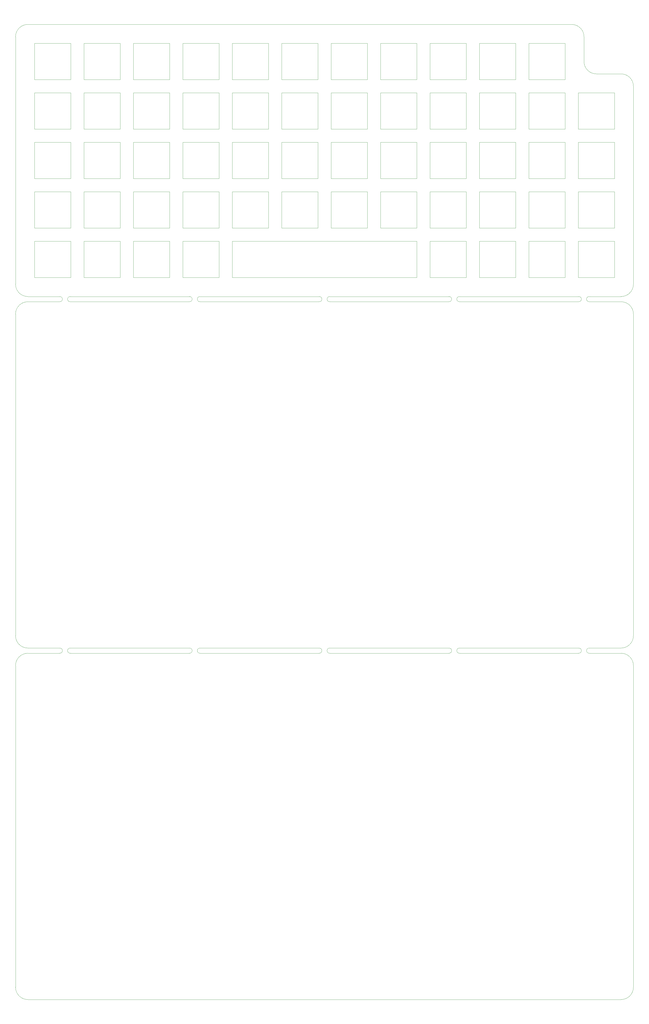
<source format=gm1>
G04 #@! TF.GenerationSoftware,KiCad,Pcbnew,(5.1.5)-3*
G04 #@! TF.CreationDate,2021-02-20T19:48:06-08:00*
G04 #@! TF.ProjectId,framework,6672616d-6577-46f7-926b-2e6b69636164,1*
G04 #@! TF.SameCoordinates,Original*
G04 #@! TF.FileFunction,Profile,NP*
%FSLAX46Y46*%
G04 Gerber Fmt 4.6, Leading zero omitted, Abs format (unit mm)*
G04 Created by KiCad (PCBNEW (5.1.5)-3) date 2021-02-20 19:48:06*
%MOMM*%
%LPD*%
G04 APERTURE LIST*
%ADD10C,0.050000*%
G04 APERTURE END LIST*
D10*
X201026000Y-193468000D02*
X195976000Y-193468000D01*
X239126000Y-193468000D02*
X234076000Y-193468000D01*
X234076000Y-179468000D02*
X239126000Y-179468000D01*
X195976000Y-179468000D02*
X201026000Y-179468000D01*
X319551000Y-336105500D02*
X331851000Y-336105500D01*
X319551000Y-338105500D02*
X331851000Y-338105500D01*
X269551000Y-336105500D02*
X315551000Y-336105500D01*
X269551000Y-338105500D02*
X315551000Y-338105500D01*
X219551000Y-336105500D02*
X265551000Y-336105500D01*
X219551000Y-338105500D02*
X265551000Y-338105500D01*
X169551000Y-336105500D02*
X215551000Y-336105500D01*
X169551000Y-338105500D02*
X215551000Y-338105500D01*
X119551000Y-336105500D02*
X165551000Y-336105500D01*
X119551000Y-338105500D02*
X165551000Y-338105500D01*
X103251000Y-336105500D02*
X115551000Y-336105500D01*
X103251000Y-338105500D02*
X115551000Y-338105500D01*
X115551000Y-336105500D02*
G75*
G02X115551000Y-338105500I0J-1000000D01*
G01*
X119551000Y-338105500D02*
G75*
G02X119551000Y-336105500I0J1000000D01*
G01*
X165551000Y-336105500D02*
G75*
G02X165551000Y-338105500I0J-1000000D01*
G01*
X169551000Y-338105500D02*
G75*
G02X169551000Y-336105500I0J1000000D01*
G01*
X215551000Y-336105500D02*
G75*
G02X215551000Y-338105500I0J-1000000D01*
G01*
X219551000Y-338105500D02*
G75*
G02X219551000Y-336105500I0J1000000D01*
G01*
X265551000Y-336105500D02*
G75*
G02X265551000Y-338105500I0J-1000000D01*
G01*
X269551000Y-338105500D02*
G75*
G02X269551000Y-336105500I0J1000000D01*
G01*
X315551000Y-336105500D02*
G75*
G02X315551000Y-338105500I0J-1000000D01*
G01*
X319551000Y-338105500D02*
G75*
G02X319551000Y-336105500I0J1000000D01*
G01*
X319551000Y-200755500D02*
X331851000Y-200755500D01*
X319551000Y-202755500D02*
X331851000Y-202755500D01*
X269551000Y-200755500D02*
X315551000Y-200755500D01*
X269551000Y-202755500D02*
X315551000Y-202755500D01*
X219551000Y-200755500D02*
X265551000Y-200755500D01*
X219551000Y-202755500D02*
X265551000Y-202755500D01*
X169551000Y-200755500D02*
X215551000Y-200755500D01*
X169551000Y-202755500D02*
X215551000Y-202755500D01*
X119551000Y-200755500D02*
X165551000Y-200755500D01*
X119551000Y-202755500D02*
X165551000Y-202755500D01*
X103251000Y-200755500D02*
X115551000Y-200755500D01*
X103251000Y-202755500D02*
X115551000Y-202755500D01*
X115551000Y-200755500D02*
G75*
G02X115551000Y-202755500I0J-1000000D01*
G01*
X119551000Y-202755500D02*
G75*
G02X119551000Y-200755500I0J1000000D01*
G01*
X165551000Y-200755500D02*
G75*
G02X165551000Y-202755500I0J-1000000D01*
G01*
X169551000Y-202755500D02*
G75*
G02X169551000Y-200755500I0J1000000D01*
G01*
X215551000Y-200755500D02*
G75*
G02X215551000Y-202755500I0J-1000000D01*
G01*
X219551000Y-202755500D02*
G75*
G02X219551000Y-200755500I0J1000000D01*
G01*
X265551000Y-200755500D02*
G75*
G02X265551000Y-202755500I0J-1000000D01*
G01*
X269551000Y-202755500D02*
G75*
G02X269551000Y-200755500I0J1000000D01*
G01*
X315551000Y-200755500D02*
G75*
G02X315551000Y-202755500I0J-1000000D01*
G01*
X319551000Y-202755500D02*
G75*
G02X319551000Y-200755500I0J1000000D01*
G01*
X310276000Y-117268000D02*
X310276000Y-103268000D01*
X296276000Y-117268000D02*
X310276000Y-117268000D01*
X310276000Y-103268000D02*
X296276000Y-103268000D01*
X296276000Y-103268000D02*
X296276000Y-117268000D01*
X201026000Y-193468000D02*
X234076000Y-193468000D01*
X201026000Y-179468000D02*
X234076000Y-179468000D01*
X253126000Y-193468000D02*
X253126000Y-179468000D01*
X239126000Y-193468000D02*
X253126000Y-193468000D01*
X253126000Y-179468000D02*
X239126000Y-179468000D01*
X272176000Y-193468000D02*
X272176000Y-179468000D01*
X258176000Y-193468000D02*
X272176000Y-193468000D01*
X272176000Y-179468000D02*
X258176000Y-179468000D01*
X258176000Y-179468000D02*
X258176000Y-193468000D01*
X291226000Y-193468000D02*
X291226000Y-179468000D01*
X277226000Y-193468000D02*
X291226000Y-193468000D01*
X291226000Y-179468000D02*
X277226000Y-179468000D01*
X277226000Y-179468000D02*
X277226000Y-193468000D01*
X310276000Y-193468000D02*
X310276000Y-179468000D01*
X296276000Y-193468000D02*
X310276000Y-193468000D01*
X310276000Y-179468000D02*
X296276000Y-179468000D01*
X296276000Y-179468000D02*
X296276000Y-193468000D01*
X329326000Y-193468000D02*
X329326000Y-179468000D01*
X315326000Y-193468000D02*
X329326000Y-193468000D01*
X329326000Y-179468000D02*
X315326000Y-179468000D01*
X315326000Y-179468000D02*
X315326000Y-193468000D01*
X181976000Y-193468000D02*
X195976000Y-193468000D01*
X195976000Y-179468000D02*
X181976000Y-179468000D01*
X181976000Y-179468000D02*
X181976000Y-193468000D01*
X176926000Y-136318000D02*
X176926000Y-122318000D01*
X162926000Y-136318000D02*
X176926000Y-136318000D01*
X176926000Y-122318000D02*
X162926000Y-122318000D01*
X162926000Y-122318000D02*
X162926000Y-136318000D01*
X176926000Y-155368000D02*
X176926000Y-141368000D01*
X162926000Y-155368000D02*
X176926000Y-155368000D01*
X176926000Y-141368000D02*
X162926000Y-141368000D01*
X162926000Y-141368000D02*
X162926000Y-155368000D01*
X176926000Y-174418000D02*
X176926000Y-160418000D01*
X162926000Y-174418000D02*
X176926000Y-174418000D01*
X176926000Y-160418000D02*
X162926000Y-160418000D01*
X162926000Y-160418000D02*
X162926000Y-174418000D01*
X310276000Y-155368000D02*
X310276000Y-141368000D01*
X329326000Y-155368000D02*
X329326000Y-141368000D01*
X329326000Y-160418000D02*
X315326000Y-160418000D01*
X296276000Y-122318000D02*
X296276000Y-136318000D01*
X296276000Y-155368000D02*
X310276000Y-155368000D01*
X315326000Y-141368000D02*
X315326000Y-155368000D01*
X315326000Y-155368000D02*
X329326000Y-155368000D01*
X310276000Y-141368000D02*
X296276000Y-141368000D01*
X310276000Y-122318000D02*
X296276000Y-122318000D01*
X296276000Y-136318000D02*
X310276000Y-136318000D01*
X329326000Y-122318000D02*
X315326000Y-122318000D01*
X315326000Y-160418000D02*
X315326000Y-174418000D01*
X315326000Y-174418000D02*
X329326000Y-174418000D01*
X315326000Y-122318000D02*
X315326000Y-136318000D01*
X329326000Y-136318000D02*
X329326000Y-122318000D01*
X296276000Y-141368000D02*
X296276000Y-155368000D01*
X310276000Y-136318000D02*
X310276000Y-122318000D01*
X296276000Y-174418000D02*
X310276000Y-174418000D01*
X310276000Y-174418000D02*
X310276000Y-160418000D01*
X296276000Y-160418000D02*
X296276000Y-174418000D01*
X315326000Y-136318000D02*
X329326000Y-136318000D01*
X329326000Y-141368000D02*
X315326000Y-141368000D01*
X310276000Y-160418000D02*
X296276000Y-160418000D01*
X329326000Y-174418000D02*
X329326000Y-160418000D01*
X291226000Y-103268000D02*
X277226000Y-103268000D01*
X291226000Y-117268000D02*
X291226000Y-103268000D01*
X277226000Y-103268000D02*
X277226000Y-117268000D01*
X239126000Y-117268000D02*
X253126000Y-117268000D01*
X239126000Y-155368000D02*
X253126000Y-155368000D01*
X258176000Y-117268000D02*
X272176000Y-117268000D01*
X253126000Y-122318000D02*
X239126000Y-122318000D01*
X239126000Y-160418000D02*
X239126000Y-174418000D01*
X253126000Y-174418000D02*
X253126000Y-160418000D01*
X253126000Y-155368000D02*
X253126000Y-141368000D01*
X239126000Y-141368000D02*
X239126000Y-155368000D01*
X239126000Y-174418000D02*
X253126000Y-174418000D01*
X239126000Y-103268000D02*
X239126000Y-117268000D01*
X253126000Y-103268000D02*
X239126000Y-103268000D01*
X253126000Y-117268000D02*
X253126000Y-103268000D01*
X272176000Y-136318000D02*
X272176000Y-122318000D01*
X239126000Y-122318000D02*
X239126000Y-136318000D01*
X272176000Y-117268000D02*
X272176000Y-103268000D01*
X253126000Y-136318000D02*
X253126000Y-122318000D01*
X258176000Y-136318000D02*
X272176000Y-136318000D01*
X239126000Y-136318000D02*
X253126000Y-136318000D01*
X253126000Y-141368000D02*
X239126000Y-141368000D01*
X258176000Y-103268000D02*
X258176000Y-117268000D01*
X272176000Y-103268000D02*
X258176000Y-103268000D01*
X253126000Y-160418000D02*
X239126000Y-160418000D01*
X258176000Y-155368000D02*
X272176000Y-155368000D01*
X277226000Y-141368000D02*
X277226000Y-155368000D01*
X277226000Y-117268000D02*
X291226000Y-117268000D01*
X277226000Y-122318000D02*
X277226000Y-136318000D01*
X291226000Y-122318000D02*
X277226000Y-122318000D01*
X277226000Y-136318000D02*
X291226000Y-136318000D01*
X277226000Y-155368000D02*
X291226000Y-155368000D01*
X277226000Y-160418000D02*
X277226000Y-174418000D01*
X258176000Y-174418000D02*
X272176000Y-174418000D01*
X291226000Y-136318000D02*
X291226000Y-122318000D01*
X291226000Y-141368000D02*
X277226000Y-141368000D01*
X272176000Y-174418000D02*
X272176000Y-160418000D01*
X291226000Y-174418000D02*
X291226000Y-160418000D01*
X291226000Y-155368000D02*
X291226000Y-141368000D01*
X291226000Y-160418000D02*
X277226000Y-160418000D01*
X272176000Y-122318000D02*
X258176000Y-122318000D01*
X277226000Y-174418000D02*
X291226000Y-174418000D01*
X272176000Y-160418000D02*
X258176000Y-160418000D01*
X258176000Y-141368000D02*
X258176000Y-155368000D01*
X272176000Y-155368000D02*
X272176000Y-141368000D01*
X258176000Y-160418000D02*
X258176000Y-174418000D01*
X272176000Y-141368000D02*
X258176000Y-141368000D01*
X258176000Y-122318000D02*
X258176000Y-136318000D01*
X234076000Y-103268000D02*
X220076000Y-103268000D01*
X234076000Y-117268000D02*
X234076000Y-103268000D01*
X220076000Y-103268000D02*
X220076000Y-117268000D01*
X181976000Y-117268000D02*
X195976000Y-117268000D01*
X181976000Y-155368000D02*
X195976000Y-155368000D01*
X201026000Y-117268000D02*
X215026000Y-117268000D01*
X195976000Y-122318000D02*
X181976000Y-122318000D01*
X181976000Y-160418000D02*
X181976000Y-174418000D01*
X195976000Y-174418000D02*
X195976000Y-160418000D01*
X195976000Y-155368000D02*
X195976000Y-141368000D01*
X181976000Y-141368000D02*
X181976000Y-155368000D01*
X181976000Y-174418000D02*
X195976000Y-174418000D01*
X181976000Y-103268000D02*
X181976000Y-117268000D01*
X195976000Y-103268000D02*
X181976000Y-103268000D01*
X195976000Y-117268000D02*
X195976000Y-103268000D01*
X215026000Y-136318000D02*
X215026000Y-122318000D01*
X181976000Y-122318000D02*
X181976000Y-136318000D01*
X215026000Y-117268000D02*
X215026000Y-103268000D01*
X195976000Y-136318000D02*
X195976000Y-122318000D01*
X201026000Y-136318000D02*
X215026000Y-136318000D01*
X181976000Y-136318000D02*
X195976000Y-136318000D01*
X195976000Y-141368000D02*
X181976000Y-141368000D01*
X201026000Y-103268000D02*
X201026000Y-117268000D01*
X215026000Y-103268000D02*
X201026000Y-103268000D01*
X195976000Y-160418000D02*
X181976000Y-160418000D01*
X201026000Y-155368000D02*
X215026000Y-155368000D01*
X220076000Y-141368000D02*
X220076000Y-155368000D01*
X220076000Y-117268000D02*
X234076000Y-117268000D01*
X220076000Y-122318000D02*
X220076000Y-136318000D01*
X234076000Y-122318000D02*
X220076000Y-122318000D01*
X220076000Y-136318000D02*
X234076000Y-136318000D01*
X220076000Y-155368000D02*
X234076000Y-155368000D01*
X220076000Y-160418000D02*
X220076000Y-174418000D01*
X201026000Y-174418000D02*
X215026000Y-174418000D01*
X234076000Y-136318000D02*
X234076000Y-122318000D01*
X234076000Y-141368000D02*
X220076000Y-141368000D01*
X215026000Y-174418000D02*
X215026000Y-160418000D01*
X234076000Y-174418000D02*
X234076000Y-160418000D01*
X234076000Y-155368000D02*
X234076000Y-141368000D01*
X234076000Y-160418000D02*
X220076000Y-160418000D01*
X215026000Y-122318000D02*
X201026000Y-122318000D01*
X220076000Y-174418000D02*
X234076000Y-174418000D01*
X215026000Y-160418000D02*
X201026000Y-160418000D01*
X201026000Y-141368000D02*
X201026000Y-155368000D01*
X215026000Y-155368000D02*
X215026000Y-141368000D01*
X201026000Y-160418000D02*
X201026000Y-174418000D01*
X215026000Y-141368000D02*
X201026000Y-141368000D01*
X201026000Y-122318000D02*
X201026000Y-136318000D01*
X162926000Y-103268000D02*
X162926000Y-117268000D01*
X176926000Y-103268000D02*
X162926000Y-103268000D01*
X176926000Y-117268000D02*
X176926000Y-103268000D01*
X162926000Y-117268000D02*
X176926000Y-117268000D01*
X143876000Y-103268000D02*
X143876000Y-117268000D01*
X157876000Y-103268000D02*
X143876000Y-103268000D01*
X157876000Y-117268000D02*
X157876000Y-103268000D01*
X143876000Y-117268000D02*
X157876000Y-117268000D01*
X143876000Y-122318000D02*
X143876000Y-136318000D01*
X157876000Y-122318000D02*
X143876000Y-122318000D01*
X157876000Y-136318000D02*
X157876000Y-122318000D01*
X143876000Y-136318000D02*
X157876000Y-136318000D01*
X143876000Y-141368000D02*
X143876000Y-155368000D01*
X157876000Y-141368000D02*
X143876000Y-141368000D01*
X157876000Y-155368000D02*
X157876000Y-141368000D01*
X143876000Y-155368000D02*
X157876000Y-155368000D01*
X143876000Y-160418000D02*
X143876000Y-174418000D01*
X157876000Y-160418000D02*
X143876000Y-160418000D01*
X157876000Y-174418000D02*
X157876000Y-160418000D01*
X143876000Y-174418000D02*
X157876000Y-174418000D01*
X124826000Y-160418000D02*
X124826000Y-174418000D01*
X138826000Y-160418000D02*
X124826000Y-160418000D01*
X138826000Y-174418000D02*
X138826000Y-160418000D01*
X124826000Y-174418000D02*
X138826000Y-174418000D01*
X124826000Y-141368000D02*
X124826000Y-155368000D01*
X138826000Y-141368000D02*
X124826000Y-141368000D01*
X138826000Y-155368000D02*
X138826000Y-141368000D01*
X124826000Y-155368000D02*
X138826000Y-155368000D01*
X124826000Y-122318000D02*
X124826000Y-136318000D01*
X138826000Y-122318000D02*
X124826000Y-122318000D01*
X138826000Y-136318000D02*
X138826000Y-122318000D01*
X124826000Y-136318000D02*
X138826000Y-136318000D01*
X124826000Y-103268000D02*
X124826000Y-117268000D01*
X138826000Y-103268000D02*
X124826000Y-103268000D01*
X138826000Y-117268000D02*
X138826000Y-103268000D01*
X124826000Y-117268000D02*
X138826000Y-117268000D01*
X105776000Y-103268000D02*
X105776000Y-117268000D01*
X119776000Y-103268000D02*
X105776000Y-103268000D01*
X119776000Y-117268000D02*
X119776000Y-103268000D01*
X105776000Y-117268000D02*
X119776000Y-117268000D01*
X105776000Y-122318000D02*
X105776000Y-136318000D01*
X119776000Y-122318000D02*
X105776000Y-122318000D01*
X119776000Y-136318000D02*
X119776000Y-122318000D01*
X105776000Y-136318000D02*
X119776000Y-136318000D01*
X105776000Y-141368000D02*
X105776000Y-155368000D01*
X119776000Y-141368000D02*
X105776000Y-141368000D01*
X119776000Y-155368000D02*
X119776000Y-141368000D01*
X105776000Y-155368000D02*
X119776000Y-155368000D01*
X105776000Y-160418000D02*
X105776000Y-174418000D01*
X119776000Y-160418000D02*
X105776000Y-160418000D01*
X119776000Y-174418000D02*
X119776000Y-160418000D01*
X105776000Y-174418000D02*
X119776000Y-174418000D01*
X162926000Y-179468000D02*
X162926000Y-193468000D01*
X176926000Y-179468000D02*
X162926000Y-179468000D01*
X176926000Y-193468000D02*
X176926000Y-179468000D01*
X162926000Y-193468000D02*
X176926000Y-193468000D01*
X143876000Y-179468000D02*
X143876000Y-193468000D01*
X157876000Y-179468000D02*
X143876000Y-179468000D01*
X157876000Y-193468000D02*
X157876000Y-179468000D01*
X143876000Y-193468000D02*
X157876000Y-193468000D01*
X124826000Y-179468000D02*
X124826000Y-193468000D01*
X138826000Y-179468000D02*
X124826000Y-179468000D01*
X138826000Y-193468000D02*
X138826000Y-179468000D01*
X124826000Y-193468000D02*
X138826000Y-193468000D01*
X105776000Y-179468000D02*
X105776000Y-193468000D01*
X119776000Y-179468000D02*
X105776000Y-179468000D01*
X119776000Y-193468000D02*
X119776000Y-179468000D01*
X105776000Y-193468000D02*
X119776000Y-193468000D01*
X98488500Y-466693000D02*
X98488500Y-342868000D01*
X331851000Y-471455500D02*
X103251000Y-471455500D01*
X336613500Y-342868000D02*
X336613500Y-466693000D01*
X336613500Y-466693000D02*
G75*
G02X331851000Y-471455500I-4762500J0D01*
G01*
X103251000Y-471455500D02*
G75*
G02X98488500Y-466693000I0J4762500D01*
G01*
X331851000Y-338105500D02*
G75*
G02X336613500Y-342868000I0J-4762500D01*
G01*
X98488500Y-342868000D02*
G75*
G02X103251000Y-338105500I4762500J0D01*
G01*
X336613500Y-119793000D02*
X336613500Y-195993000D01*
X322326000Y-115030500D02*
X331851000Y-115030500D01*
X317563500Y-100743000D02*
X317563500Y-110268000D01*
X103251000Y-95980500D02*
X312801000Y-95980500D01*
X98488500Y-195993000D02*
X98488500Y-100743000D01*
X103251000Y-200755500D02*
G75*
G02X98488500Y-195993000I0J4762500D01*
G01*
X336613500Y-195993000D02*
G75*
G02X331851000Y-200755500I-4762500J0D01*
G01*
X331851000Y-115030500D02*
G75*
G02X336613500Y-119793000I0J-4762500D01*
G01*
X322326000Y-115030500D02*
G75*
G02X317563500Y-110268000I0J4762500D01*
G01*
X312801000Y-95980500D02*
G75*
G02X317563500Y-100743000I0J-4762500D01*
G01*
X98488500Y-100743000D02*
G75*
G02X103251000Y-95980500I4762500J0D01*
G01*
X336613500Y-331343000D02*
X336613500Y-207518000D01*
X98488500Y-207518000D02*
X98488500Y-331343000D01*
X98488500Y-207518000D02*
G75*
G02X103251000Y-202755500I4762500J0D01*
G01*
X331851000Y-202755500D02*
G75*
G02X336613500Y-207518000I0J-4762500D01*
G01*
X336613500Y-331343000D02*
G75*
G02X331851000Y-336105500I-4762500J0D01*
G01*
X103251000Y-336105500D02*
G75*
G02X98488500Y-331343000I0J4762500D01*
G01*
M02*

</source>
